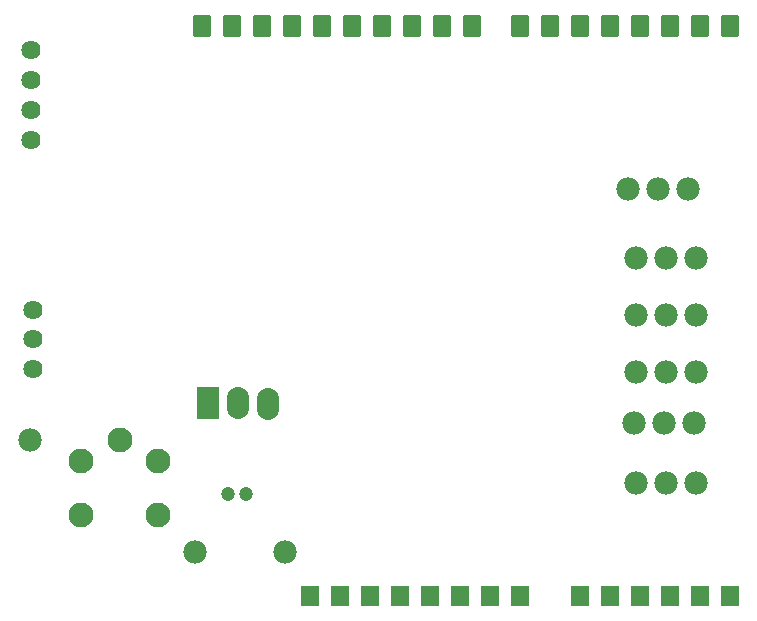
<source format=gts>
G04 Layer: TopSolderMaskLayer*
G04 EasyEDA v6.5.22, 2023-01-09 20:04:38*
G04 76fc7cb04a654140b8b759559db01802,79e341a08f52490f8cd84a0f7bb9d38b,10*
G04 Gerber Generator version 0.2*
G04 Scale: 100 percent, Rotated: No, Reflected: No *
G04 Dimensions in millimeters *
G04 leading zeros omitted , absolute positions ,4 integer and 5 decimal *
%FSLAX45Y45*%
%MOMM*%

%AMMACRO1*1,1,$1,$2,$3*1,1,$1,$4,$5*1,1,$1,0-$2,0-$3*1,1,$1,0-$4,0-$5*20,1,$1,$2,$3,$4,$5,0*20,1,$1,$4,$5,0-$2,0-$3,0*20,1,$1,0-$2,0-$3,0-$4,0-$5,0*20,1,$1,0-$4,0-$5,$2,$3,0*4,1,4,$2,$3,$4,$5,0-$2,0-$3,0-$4,0-$5,$2,$3,0*%
%ADD10C,1.9812*%
%ADD11MACRO1,0.1016X0.7112X0.8533X0.7112X-0.8533*%
%ADD12MACRO1,0.1016X0.7112X0.8534X0.7112X-0.8534*%
%ADD13MACRO1,0.1016X0.7111X0.8534X0.7111X-0.8534*%
%ADD14MACRO1,0.1016X0.7111X0.8533X0.7111X-0.8533*%
%ADD15R,1.5240X1.8085*%
%ADD16C,1.6256*%
%ADD17O,1.9015964X2.7015948*%
%ADD18MACRO1,0.1016X-0.9X1.3X0.9X1.3*%
%ADD19C,2.1016*%
%ADD20C,1.2032*%

%LPD*%
D10*
G01*
X2565400Y1701800D03*
G01*
X3327400Y1701800D03*
G01*
X6299200Y2286000D03*
G01*
X6553200Y2286000D03*
G01*
X6807200Y2286000D03*
G01*
X6286500Y2794000D03*
G01*
X6540500Y2794000D03*
G01*
X6794500Y2794000D03*
G01*
X6299200Y3225800D03*
G01*
X6553200Y3225800D03*
G01*
X6807200Y3225800D03*
G01*
X6299200Y3708400D03*
G01*
X6553200Y3708400D03*
G01*
X6807200Y3708400D03*
G01*
X6299200Y4191000D03*
G01*
X6553200Y4191000D03*
G01*
X6807200Y4191000D03*
G01*
X6235700Y4775200D03*
G01*
X6489700Y4775200D03*
G01*
X6743700Y4775200D03*
D11*
G01*
X4914900Y6159500D03*
D12*
G01*
X4660900Y6159487D03*
G01*
X4406900Y6159487D03*
G01*
X4152900Y6159487D03*
G01*
X3898900Y6159487D03*
G01*
X3644900Y6159487D03*
G01*
X3390900Y6159487D03*
G01*
X3136900Y6159487D03*
G01*
X2882900Y6159487D03*
G01*
X2628900Y6159487D03*
D13*
G01*
X7099287Y6159487D03*
G01*
X6845287Y6159487D03*
G01*
X6591287Y6159487D03*
D14*
G01*
X6337287Y6159500D03*
G01*
X6083287Y6159500D03*
D11*
G01*
X5829300Y6159500D03*
G01*
X5575300Y6159500D03*
G01*
X5321300Y6159500D03*
D15*
G01*
X5829300Y1333500D03*
G01*
X6083300Y1333500D03*
G01*
X6337300Y1333500D03*
G01*
X6591300Y1333500D03*
G01*
X6845300Y1333500D03*
G01*
X7099300Y1333500D03*
G01*
X3543300Y1333500D03*
G01*
X3797300Y1333500D03*
G01*
X4051300Y1333500D03*
G01*
X4305300Y1333500D03*
G01*
X4559300Y1333500D03*
G01*
X4813300Y1333500D03*
G01*
X5067300Y1333500D03*
G01*
X5321300Y1333500D03*
D16*
G01*
X1193800Y3505174D03*
G01*
X1193800Y3755186D03*
G01*
X1193800Y3255187D03*
D17*
G01*
X2933700Y2959582D03*
G01*
X3187725Y2958592D03*
D18*
G01*
X2679687Y2959595D03*
D19*
G01*
X2255393Y2469286D03*
G01*
X2255393Y2019300D03*
G01*
X1605406Y2019300D03*
G01*
X1605406Y2469286D03*
G01*
X1930400Y2654300D03*
D16*
G01*
X1181100Y5956300D03*
G01*
X1181100Y5702300D03*
G01*
X1181100Y5448300D03*
G01*
X1181100Y5194300D03*
D20*
G01*
X2996056Y2197100D03*
G01*
X2845943Y2197100D03*
D10*
G01*
X1168400Y2654300D03*
G01*
X1930400Y2654300D03*
M02*

</source>
